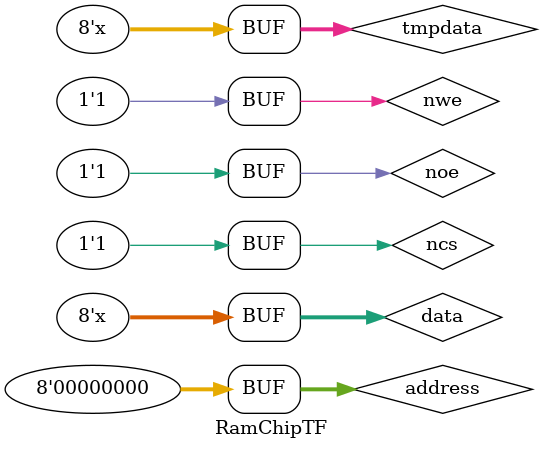
<source format=v>

`timescale 1ns/1ns

module RamChipTF;

  
  // use parameters to define constants for timing, word size etc etc
  // *********** ADD YOUR CODE HERE *************
  parameter WordSize = 8, 
            AddressSize = 8;

  wire [WordSize-1:0] data;
  reg [WordSize-1:0] tmpdata;
  reg [AddressSize-1:0] address;
  reg ncs, noe, nwe;
  // Connections to memory model
  //
  // *********** ADD YOUR CODE HERE *************
  RamChip #(AddressSize,WordSize) dut (.Address(address),
               .Data(data),
					.nCS(ncs),
               .nOE(noe),
					.nWE(nwe));


  // Instance of memory model
  //
  // *********** ADD YOUR CODE HERE *************


  // Procedural code to perform tests as specified in
  // Part 1 of the workbook
  //
  // *********** ADD YOUR CODE HERE *************
  // Write 10101010 to address 0
  initial begin #10
      $display("Writing 10101010 to address 0");
      address = 1'b0;
		tmpdata = 1'b0;
		ncs = 1'b1;
		nwe = 1'b1;
		noe = 1'b1;
		#10
		tmpdata = 'b10101010;
		ncs = 1'b0;
		#10
		nwe = 1'b0;
		#10
		nwe = 1'b1;
		#10
		ncs = 1'b1;
		tmpdata = 'bZ;
		address = 'b0;
		#10
		$display("Reading data from address 0");
		ncs = 1'b0;
		address = 1'b0;
		#10
		noe = 1'b0;
		#10
		noe = 1'b1;
		#10
		ncs = 1'b1;
  end
  
  assign data = tmpdata;
  
  endmodule

</source>
